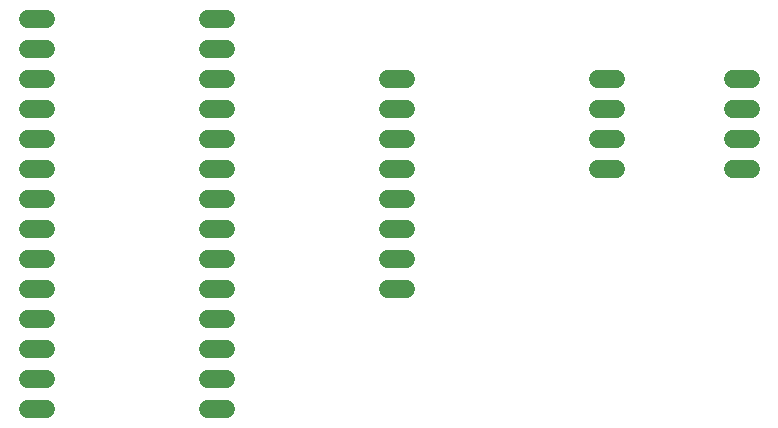
<source format=gbr>
G04 EAGLE Gerber RS-274X export*
G75*
%MOMM*%
%FSLAX34Y34*%
%LPD*%
%INTop Copper*%
%IPPOS*%
%AMOC8*
5,1,8,0,0,1.08239X$1,22.5*%
G01*
%ADD10C,1.524000*%


D10*
X119380Y330200D02*
X134620Y330200D01*
X134620Y355600D02*
X119380Y355600D01*
X119380Y381000D02*
X134620Y381000D01*
X134620Y304800D02*
X119380Y304800D01*
X119380Y279400D02*
X134620Y279400D01*
X134620Y254000D02*
X119380Y254000D01*
X119380Y228600D02*
X134620Y228600D01*
X134620Y203200D02*
X119380Y203200D01*
X119380Y177800D02*
X134620Y177800D01*
X134620Y152400D02*
X119380Y152400D01*
X119380Y127000D02*
X134620Y127000D01*
X134620Y101600D02*
X119380Y101600D01*
X119380Y76200D02*
X134620Y76200D01*
X134620Y50800D02*
X119380Y50800D01*
X271780Y330200D02*
X287020Y330200D01*
X287020Y355600D02*
X271780Y355600D01*
X271780Y381000D02*
X287020Y381000D01*
X287020Y304800D02*
X271780Y304800D01*
X271780Y279400D02*
X287020Y279400D01*
X287020Y254000D02*
X271780Y254000D01*
X271780Y228600D02*
X287020Y228600D01*
X287020Y203200D02*
X271780Y203200D01*
X271780Y177800D02*
X287020Y177800D01*
X287020Y152400D02*
X271780Y152400D01*
X271780Y127000D02*
X287020Y127000D01*
X287020Y101600D02*
X271780Y101600D01*
X271780Y76200D02*
X287020Y76200D01*
X287020Y50800D02*
X271780Y50800D01*
X424180Y279400D02*
X439420Y279400D01*
X439420Y304800D02*
X424180Y304800D01*
X424180Y330200D02*
X439420Y330200D01*
X439420Y254000D02*
X424180Y254000D01*
X424180Y228600D02*
X439420Y228600D01*
X439420Y203200D02*
X424180Y203200D01*
X424180Y177800D02*
X439420Y177800D01*
X439420Y152400D02*
X424180Y152400D01*
X601980Y279400D02*
X617220Y279400D01*
X617220Y304800D02*
X601980Y304800D01*
X601980Y330200D02*
X617220Y330200D01*
X617220Y254000D02*
X601980Y254000D01*
X716280Y279400D02*
X731520Y279400D01*
X731520Y304800D02*
X716280Y304800D01*
X716280Y330200D02*
X731520Y330200D01*
X731520Y254000D02*
X716280Y254000D01*
M02*

</source>
